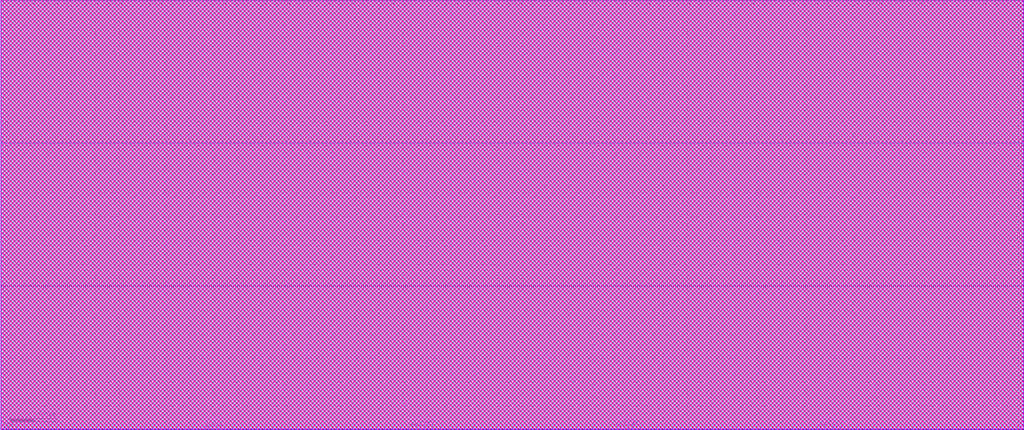
<source format=lef>
##
## LEF for PtnCells ;
## created by Innovus v20.11-s130_1 on Wed Jan 15 20:07:57 2025
##

VERSION 5.8 ;

BUSBITCHARS "[]" ;
DIVIDERCHAR "/" ;

MACRO BATCHARGERcore
  CLASS BLOCK ;
  SIZE 864.000000 BY 363.200000 ;
  FOREIGN BATCHARGERcore 0.000000 0.000000 ;
  ORIGIN 0 0 ;
  SYMMETRY X Y R90 ;
  PIN iforcedbat
    DIRECTION OUTPUT ;
    USE SIGNAL ;
    PORT
      LAYER metal2 ;
        RECT 0.100000 362.680000 0.300000 363.200000 ;
    END
  END iforcedbat
  PIN vsensbat
    DIRECTION INPUT ;
    USE SIGNAL ;
    PORT
      LAYER metal2 ;
        RECT 863.700000 362.680000 863.900000 363.200000 ;
    END
  END vsensbat
  PIN vin
    DIRECTION INPUT ;
    USE SIGNAL ;
    PORT
      LAYER metal2 ;
        RECT 0.100000 0.000000 0.300000 0.520000 ;
    END
  END vin
  PIN vbattemp
    DIRECTION INPUT ;
    USE SIGNAL ;
    PORT
      LAYER metal3 ;
        RECT 863.480000 0.100000 864.000000 0.300000 ;
    END
  END vbattemp
  PIN en
    DIRECTION INPUT ;
    USE SIGNAL ;
    PORT
      LAYER metal3 ;
        RECT 863.480000 362.900000 864.000000 363.100000 ;
    END
  END en
  PIN sel[3]
    DIRECTION INPUT ;
    USE SIGNAL ;
    PORT
      LAYER metal2 ;
        RECT 345.700000 0.000000 345.900000 0.520000 ;
    END
  END sel[3]
  PIN sel[2]
    DIRECTION INPUT ;
    USE SIGNAL ;
    PORT
      LAYER metal2 ;
        RECT 518.500000 0.000000 518.700000 0.520000 ;
    END
  END sel[2]
  PIN sel[1]
    DIRECTION INPUT ;
    USE SIGNAL ;
    PORT
      LAYER metal2 ;
        RECT 691.300000 0.000000 691.500000 0.520000 ;
    END
  END sel[1]
  PIN sel[0]
    DIRECTION INPUT ;
    USE SIGNAL ;
    PORT
      LAYER metal2 ;
        RECT 863.700000 0.000000 863.900000 0.520000 ;
    END
  END sel[0]
  PIN pgnd
    DIRECTION INOUT ;
    USE SIGNAL ;
    PORT
      LAYER metal2 ;
        RECT 172.900000 0.000000 173.100000 0.520000 ;
    END
  END pgnd
  PIN dvdd
    DIRECTION INOUT ;
    USE POWER ;
    PORT
      LAYER metal3 ;
        RECT 863.480000 242.100000 864.000000 242.300000 ;
    END
  END dvdd
  PIN dgnd
    DIRECTION INOUT ;
    USE GROUND ;
    PORT
      LAYER metal3 ;
        RECT 863.480000 121.300000 864.000000 121.500000 ;
    END
  END dgnd
  OBS
    LAYER metal1 ;
      RECT 0.000000 0.000000 864.000000 363.200000 ;
    LAYER metal2 ;
      RECT 0.500000 362.480000 863.500000 363.200000 ;
      RECT 0.000000 0.720000 864.000000 362.480000 ;
      RECT 691.700000 0.000000 863.500000 0.720000 ;
      RECT 518.900000 0.000000 691.100000 0.720000 ;
      RECT 346.100000 0.000000 518.300000 0.720000 ;
      RECT 173.300000 0.000000 345.500000 0.720000 ;
      RECT 0.500000 0.000000 172.700000 0.720000 ;
    LAYER metal3 ;
      RECT 0.000000 362.700000 863.280000 363.200000 ;
      RECT 0.000000 242.500000 864.000000 362.700000 ;
      RECT 0.000000 241.900000 863.280000 242.500000 ;
      RECT 0.000000 121.700000 864.000000 241.900000 ;
      RECT 0.000000 121.100000 863.280000 121.700000 ;
      RECT 0.000000 0.500000 864.000000 121.100000 ;
      RECT 0.000000 0.000000 863.280000 0.500000 ;
    LAYER metal4 ;
      RECT 0.000000 0.000000 864.000000 363.200000 ;
    LAYER metal5 ;
      RECT 0.000000 0.000000 864.000000 363.200000 ;
    LAYER metal6 ;
      RECT 0.000000 0.000000 864.000000 363.200000 ;
    LAYER metal7 ;
      RECT 0.000000 0.000000 864.000000 363.200000 ;
    LAYER metal8 ;
      RECT 0.000000 0.000000 864.000000 363.200000 ;
  END
END BATCHARGERcore

END LIBRARY

</source>
